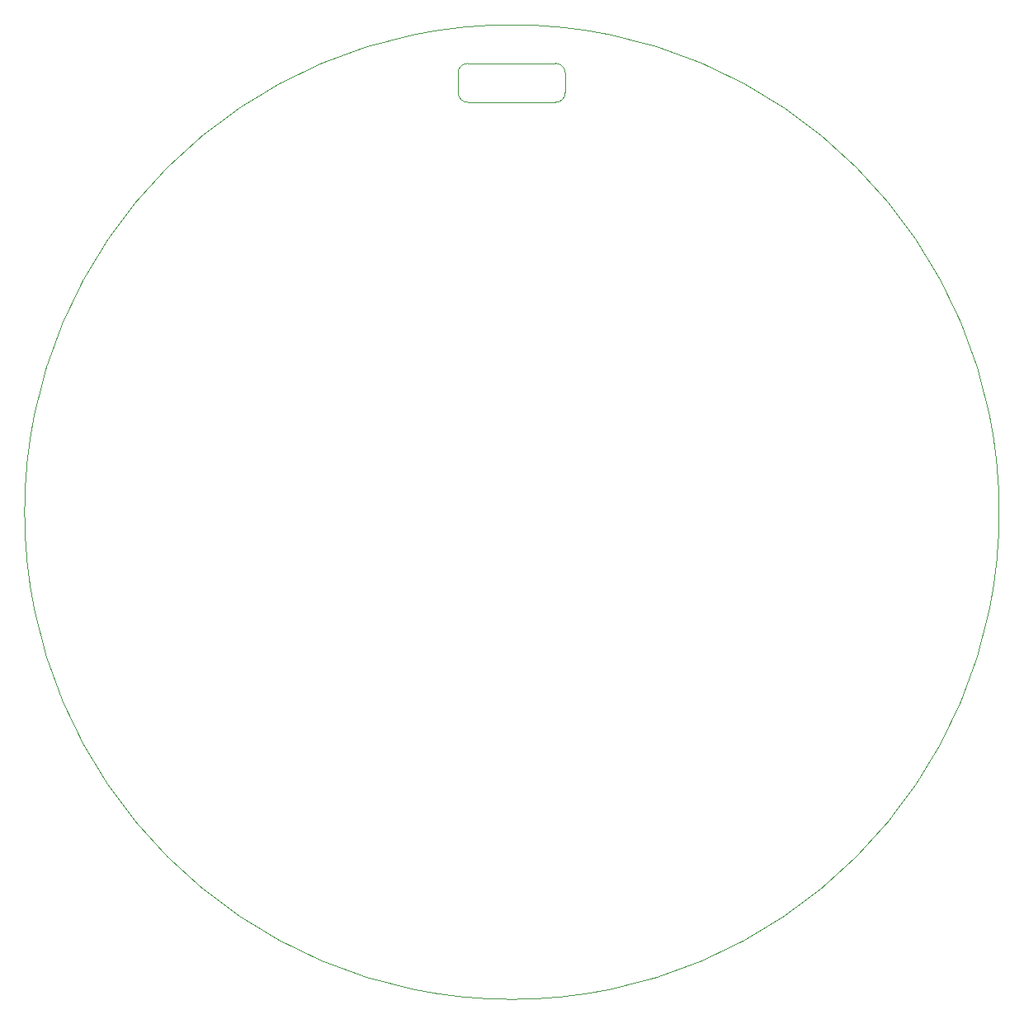
<source format=gbr>
%TF.GenerationSoftware,KiCad,Pcbnew,8.0.4*%
%TF.CreationDate,2024-08-27T18:10:04+01:00*%
%TF.ProjectId,PLAN Badge v4,504c414e-2042-4616-9467-652076342e6b,rev?*%
%TF.SameCoordinates,Original*%
%TF.FileFunction,Profile,NP*%
%FSLAX46Y46*%
G04 Gerber Fmt 4.6, Leading zero omitted, Abs format (unit mm)*
G04 Created by KiCad (PCBNEW 8.0.4) date 2024-08-27 18:10:04*
%MOMM*%
%LPD*%
G01*
G04 APERTURE LIST*
%TA.AperFunction,Profile*%
%ADD10C,0.050000*%
%TD*%
G04 APERTURE END LIST*
D10*
X134474707Y-54951808D02*
G75*
G02*
X135474703Y-53951807I999993J8D01*
G01*
X134474704Y-56951823D02*
X134474707Y-54951808D01*
X135474700Y-57951801D02*
G75*
G02*
X134474699Y-56951823I0J1000001D01*
G01*
X145474699Y-56951809D02*
X145474704Y-54951821D01*
X189999998Y-100000000D02*
G75*
G02*
X90000002Y-100000000I-49999998J0D01*
G01*
X90000002Y-100000000D02*
G75*
G02*
X189999998Y-100000000I49999998J0D01*
G01*
X135474703Y-53951808D02*
X144474704Y-53951810D01*
X135474700Y-57951801D02*
X144474718Y-57951813D01*
X144474704Y-53951810D02*
G75*
G02*
X145474690Y-54951821I-4J-999990D01*
G01*
X145474699Y-56951809D02*
G75*
G02*
X144474718Y-57951799I-999999J9D01*
G01*
M02*

</source>
